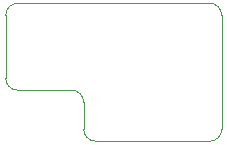
<source format=gm1>
G04 #@! TF.GenerationSoftware,KiCad,Pcbnew,5.1.0-unknown-e90452d~82~ubuntu16.04.1*
G04 #@! TF.CreationDate,2019-04-11T13:24:12-04:00*
G04 #@! TF.ProjectId,touch_sensor_trrs_pcb,746f7563-685f-4736-956e-736f725f7472,1.0*
G04 #@! TF.SameCoordinates,Original*
G04 #@! TF.FileFunction,Profile,NP*
%FSLAX46Y46*%
G04 Gerber Fmt 4.6, Leading zero omitted, Abs format (unit mm)*
G04 Created by KiCad (PCBNEW 5.1.0-unknown-e90452d~82~ubuntu16.04.1) date 2019-04-11 13:24:12*
%MOMM*%
%LPD*%
G04 APERTURE LIST*
%ADD10C,0.050000*%
G04 APERTURE END LIST*
D10*
X122936000Y-103632000D02*
X139192000Y-103632000D01*
X127508000Y-110998000D02*
X122936000Y-110998000D01*
X140208000Y-114300000D02*
X140208000Y-104648000D01*
X129540000Y-115316000D02*
X137668000Y-115316000D01*
X128524000Y-112014000D02*
X128524000Y-114300000D01*
X121920000Y-104648000D02*
X121920000Y-109982000D01*
X129540000Y-115316000D02*
G75*
G02X128524000Y-114300000I0J1016000D01*
G01*
X127508000Y-110998000D02*
G75*
G02X128524000Y-112014000I0J-1016000D01*
G01*
X137668000Y-115316000D02*
X139192000Y-115316000D01*
X139192000Y-103632000D02*
G75*
G02X140208000Y-104648000I0J-1016000D01*
G01*
X140208000Y-114300000D02*
G75*
G02X139192000Y-115316000I-1016000J0D01*
G01*
X122936000Y-110998000D02*
G75*
G02X121920000Y-109982000I0J1016000D01*
G01*
X121920000Y-104648000D02*
G75*
G02X122936000Y-103632000I1016000J0D01*
G01*
M02*

</source>
